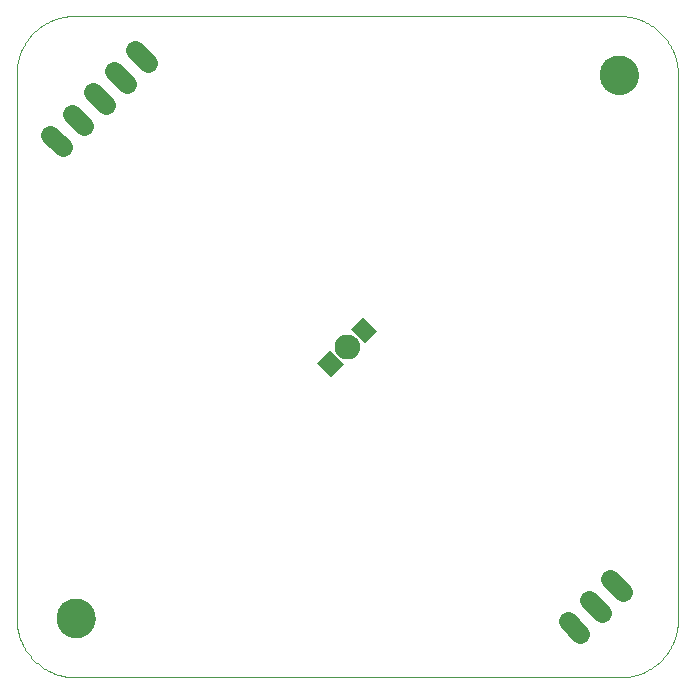
<source format=gbs>
G75*
%MOIN*%
%OFA0B0*%
%FSLAX25Y25*%
%IPPOS*%
%LPD*%
%AMOC8*
5,1,8,0,0,1.08239X$1,22.5*
%
%ADD10C,0.00039*%
%ADD11C,0.00000*%
%ADD12C,0.12998*%
%ADD13C,0.08274*%
%ADD14R,0.06699X0.05912*%
%ADD15C,0.06400*%
D10*
X0059997Y0061910D02*
X0059997Y0243406D01*
X0060003Y0243872D01*
X0060020Y0244338D01*
X0060048Y0244803D01*
X0060087Y0245268D01*
X0060138Y0245731D01*
X0060199Y0246193D01*
X0060272Y0246654D01*
X0060356Y0247112D01*
X0060451Y0247569D01*
X0060558Y0248023D01*
X0060675Y0248474D01*
X0060802Y0248922D01*
X0060941Y0249367D01*
X0061091Y0249809D01*
X0061251Y0250247D01*
X0061421Y0250681D01*
X0061602Y0251110D01*
X0061793Y0251535D01*
X0061995Y0251956D01*
X0062207Y0252371D01*
X0062428Y0252781D01*
X0062660Y0253186D01*
X0062901Y0253585D01*
X0063152Y0253978D01*
X0063412Y0254365D01*
X0063681Y0254745D01*
X0063960Y0255119D01*
X0064247Y0255486D01*
X0064544Y0255846D01*
X0064848Y0256198D01*
X0065162Y0256543D01*
X0065483Y0256881D01*
X0065813Y0257211D01*
X0066151Y0257532D01*
X0066496Y0257846D01*
X0066848Y0258150D01*
X0067208Y0258447D01*
X0067575Y0258734D01*
X0067949Y0259013D01*
X0068329Y0259282D01*
X0068716Y0259542D01*
X0069109Y0259793D01*
X0069508Y0260034D01*
X0069913Y0260266D01*
X0070323Y0260487D01*
X0070738Y0260699D01*
X0071159Y0260901D01*
X0071584Y0261092D01*
X0072013Y0261273D01*
X0072447Y0261443D01*
X0072885Y0261603D01*
X0073327Y0261753D01*
X0073772Y0261892D01*
X0074220Y0262019D01*
X0074671Y0262136D01*
X0075125Y0262243D01*
X0075582Y0262338D01*
X0076040Y0262422D01*
X0076501Y0262495D01*
X0076963Y0262556D01*
X0077426Y0262607D01*
X0077891Y0262646D01*
X0078356Y0262674D01*
X0078822Y0262691D01*
X0079288Y0262697D01*
X0260784Y0262697D01*
X0261260Y0262691D01*
X0261735Y0262674D01*
X0262210Y0262645D01*
X0262684Y0262605D01*
X0263157Y0262553D01*
X0263628Y0262490D01*
X0264098Y0262416D01*
X0264566Y0262330D01*
X0265032Y0262233D01*
X0265495Y0262125D01*
X0265955Y0262006D01*
X0266413Y0261875D01*
X0266867Y0261734D01*
X0267318Y0261581D01*
X0267764Y0261418D01*
X0268207Y0261244D01*
X0268645Y0261059D01*
X0269079Y0260864D01*
X0269508Y0260658D01*
X0269932Y0260442D01*
X0270351Y0260216D01*
X0270764Y0259980D01*
X0271171Y0259734D01*
X0271572Y0259478D01*
X0271966Y0259212D01*
X0272355Y0258937D01*
X0272736Y0258653D01*
X0273110Y0258360D01*
X0273478Y0258058D01*
X0273838Y0257746D01*
X0274190Y0257427D01*
X0274534Y0257099D01*
X0274871Y0256762D01*
X0275199Y0256418D01*
X0275518Y0256066D01*
X0275830Y0255706D01*
X0276132Y0255338D01*
X0276425Y0254964D01*
X0276709Y0254583D01*
X0276984Y0254194D01*
X0277250Y0253800D01*
X0277506Y0253399D01*
X0277752Y0252992D01*
X0277988Y0252579D01*
X0278214Y0252160D01*
X0278430Y0251736D01*
X0278636Y0251307D01*
X0278831Y0250873D01*
X0279016Y0250435D01*
X0279190Y0249992D01*
X0279353Y0249546D01*
X0279506Y0249095D01*
X0279647Y0248641D01*
X0279778Y0248183D01*
X0279897Y0247723D01*
X0280005Y0247260D01*
X0280102Y0246794D01*
X0280188Y0246326D01*
X0280262Y0245856D01*
X0280325Y0245385D01*
X0280377Y0244912D01*
X0280417Y0244438D01*
X0280446Y0243963D01*
X0280463Y0243488D01*
X0280469Y0243012D01*
X0280469Y0061516D01*
X0280463Y0061050D01*
X0280446Y0060584D01*
X0280418Y0060119D01*
X0280379Y0059654D01*
X0280328Y0059191D01*
X0280267Y0058729D01*
X0280194Y0058268D01*
X0280110Y0057810D01*
X0280015Y0057353D01*
X0279908Y0056899D01*
X0279791Y0056448D01*
X0279664Y0056000D01*
X0279525Y0055555D01*
X0279375Y0055113D01*
X0279215Y0054675D01*
X0279045Y0054241D01*
X0278864Y0053812D01*
X0278673Y0053387D01*
X0278471Y0052966D01*
X0278259Y0052551D01*
X0278038Y0052141D01*
X0277806Y0051736D01*
X0277565Y0051337D01*
X0277314Y0050944D01*
X0277054Y0050557D01*
X0276785Y0050177D01*
X0276506Y0049803D01*
X0276219Y0049436D01*
X0275922Y0049076D01*
X0275618Y0048724D01*
X0275304Y0048379D01*
X0274983Y0048041D01*
X0274653Y0047711D01*
X0274315Y0047390D01*
X0273970Y0047076D01*
X0273618Y0046772D01*
X0273258Y0046475D01*
X0272891Y0046188D01*
X0272517Y0045909D01*
X0272137Y0045640D01*
X0271750Y0045380D01*
X0271357Y0045129D01*
X0270958Y0044888D01*
X0270553Y0044656D01*
X0270143Y0044435D01*
X0269728Y0044223D01*
X0269307Y0044021D01*
X0268882Y0043830D01*
X0268453Y0043649D01*
X0268019Y0043479D01*
X0267581Y0043319D01*
X0267139Y0043169D01*
X0266694Y0043030D01*
X0266246Y0042903D01*
X0265795Y0042786D01*
X0265341Y0042679D01*
X0264884Y0042584D01*
X0264426Y0042500D01*
X0263965Y0042427D01*
X0263503Y0042366D01*
X0263040Y0042315D01*
X0262575Y0042276D01*
X0262110Y0042248D01*
X0261644Y0042231D01*
X0261178Y0042225D01*
X0079682Y0042225D01*
X0079206Y0042231D01*
X0078731Y0042248D01*
X0078256Y0042277D01*
X0077782Y0042317D01*
X0077309Y0042369D01*
X0076838Y0042432D01*
X0076368Y0042506D01*
X0075900Y0042592D01*
X0075434Y0042689D01*
X0074971Y0042797D01*
X0074511Y0042916D01*
X0074053Y0043047D01*
X0073599Y0043188D01*
X0073148Y0043341D01*
X0072702Y0043504D01*
X0072259Y0043678D01*
X0071821Y0043863D01*
X0071387Y0044058D01*
X0070958Y0044264D01*
X0070534Y0044480D01*
X0070115Y0044706D01*
X0069702Y0044942D01*
X0069295Y0045188D01*
X0068894Y0045444D01*
X0068500Y0045710D01*
X0068111Y0045985D01*
X0067730Y0046269D01*
X0067356Y0046562D01*
X0066988Y0046864D01*
X0066628Y0047176D01*
X0066276Y0047495D01*
X0065932Y0047823D01*
X0065595Y0048160D01*
X0065267Y0048504D01*
X0064948Y0048856D01*
X0064636Y0049216D01*
X0064334Y0049584D01*
X0064041Y0049958D01*
X0063757Y0050339D01*
X0063482Y0050728D01*
X0063216Y0051122D01*
X0062960Y0051523D01*
X0062714Y0051930D01*
X0062478Y0052343D01*
X0062252Y0052762D01*
X0062036Y0053186D01*
X0061830Y0053615D01*
X0061635Y0054049D01*
X0061450Y0054487D01*
X0061276Y0054930D01*
X0061113Y0055376D01*
X0060960Y0055827D01*
X0060819Y0056281D01*
X0060688Y0056739D01*
X0060569Y0057199D01*
X0060461Y0057662D01*
X0060364Y0058128D01*
X0060278Y0058596D01*
X0060204Y0059066D01*
X0060141Y0059537D01*
X0060089Y0060010D01*
X0060049Y0060484D01*
X0060020Y0060959D01*
X0060003Y0061434D01*
X0059997Y0061910D01*
D11*
X0073383Y0061910D02*
X0073385Y0062068D01*
X0073391Y0062226D01*
X0073401Y0062384D01*
X0073415Y0062542D01*
X0073433Y0062699D01*
X0073454Y0062856D01*
X0073480Y0063012D01*
X0073510Y0063168D01*
X0073543Y0063323D01*
X0073581Y0063476D01*
X0073622Y0063629D01*
X0073667Y0063781D01*
X0073716Y0063932D01*
X0073769Y0064081D01*
X0073825Y0064229D01*
X0073885Y0064375D01*
X0073949Y0064520D01*
X0074017Y0064663D01*
X0074088Y0064805D01*
X0074162Y0064945D01*
X0074240Y0065082D01*
X0074322Y0065218D01*
X0074406Y0065352D01*
X0074495Y0065483D01*
X0074586Y0065612D01*
X0074681Y0065739D01*
X0074778Y0065864D01*
X0074879Y0065986D01*
X0074983Y0066105D01*
X0075090Y0066222D01*
X0075200Y0066336D01*
X0075313Y0066447D01*
X0075428Y0066556D01*
X0075546Y0066661D01*
X0075667Y0066763D01*
X0075790Y0066863D01*
X0075916Y0066959D01*
X0076044Y0067052D01*
X0076174Y0067142D01*
X0076307Y0067228D01*
X0076442Y0067312D01*
X0076578Y0067391D01*
X0076717Y0067468D01*
X0076858Y0067540D01*
X0077000Y0067610D01*
X0077144Y0067675D01*
X0077290Y0067737D01*
X0077437Y0067795D01*
X0077586Y0067850D01*
X0077736Y0067901D01*
X0077887Y0067948D01*
X0078039Y0067991D01*
X0078192Y0068030D01*
X0078347Y0068066D01*
X0078502Y0068097D01*
X0078658Y0068125D01*
X0078814Y0068149D01*
X0078971Y0068169D01*
X0079129Y0068185D01*
X0079286Y0068197D01*
X0079445Y0068205D01*
X0079603Y0068209D01*
X0079761Y0068209D01*
X0079919Y0068205D01*
X0080078Y0068197D01*
X0080235Y0068185D01*
X0080393Y0068169D01*
X0080550Y0068149D01*
X0080706Y0068125D01*
X0080862Y0068097D01*
X0081017Y0068066D01*
X0081172Y0068030D01*
X0081325Y0067991D01*
X0081477Y0067948D01*
X0081628Y0067901D01*
X0081778Y0067850D01*
X0081927Y0067795D01*
X0082074Y0067737D01*
X0082220Y0067675D01*
X0082364Y0067610D01*
X0082506Y0067540D01*
X0082647Y0067468D01*
X0082786Y0067391D01*
X0082922Y0067312D01*
X0083057Y0067228D01*
X0083190Y0067142D01*
X0083320Y0067052D01*
X0083448Y0066959D01*
X0083574Y0066863D01*
X0083697Y0066763D01*
X0083818Y0066661D01*
X0083936Y0066556D01*
X0084051Y0066447D01*
X0084164Y0066336D01*
X0084274Y0066222D01*
X0084381Y0066105D01*
X0084485Y0065986D01*
X0084586Y0065864D01*
X0084683Y0065739D01*
X0084778Y0065612D01*
X0084869Y0065483D01*
X0084958Y0065352D01*
X0085042Y0065218D01*
X0085124Y0065082D01*
X0085202Y0064945D01*
X0085276Y0064805D01*
X0085347Y0064663D01*
X0085415Y0064520D01*
X0085479Y0064375D01*
X0085539Y0064229D01*
X0085595Y0064081D01*
X0085648Y0063932D01*
X0085697Y0063781D01*
X0085742Y0063629D01*
X0085783Y0063476D01*
X0085821Y0063323D01*
X0085854Y0063168D01*
X0085884Y0063012D01*
X0085910Y0062856D01*
X0085931Y0062699D01*
X0085949Y0062542D01*
X0085963Y0062384D01*
X0085973Y0062226D01*
X0085979Y0062068D01*
X0085981Y0061910D01*
X0085979Y0061752D01*
X0085973Y0061594D01*
X0085963Y0061436D01*
X0085949Y0061278D01*
X0085931Y0061121D01*
X0085910Y0060964D01*
X0085884Y0060808D01*
X0085854Y0060652D01*
X0085821Y0060497D01*
X0085783Y0060344D01*
X0085742Y0060191D01*
X0085697Y0060039D01*
X0085648Y0059888D01*
X0085595Y0059739D01*
X0085539Y0059591D01*
X0085479Y0059445D01*
X0085415Y0059300D01*
X0085347Y0059157D01*
X0085276Y0059015D01*
X0085202Y0058875D01*
X0085124Y0058738D01*
X0085042Y0058602D01*
X0084958Y0058468D01*
X0084869Y0058337D01*
X0084778Y0058208D01*
X0084683Y0058081D01*
X0084586Y0057956D01*
X0084485Y0057834D01*
X0084381Y0057715D01*
X0084274Y0057598D01*
X0084164Y0057484D01*
X0084051Y0057373D01*
X0083936Y0057264D01*
X0083818Y0057159D01*
X0083697Y0057057D01*
X0083574Y0056957D01*
X0083448Y0056861D01*
X0083320Y0056768D01*
X0083190Y0056678D01*
X0083057Y0056592D01*
X0082922Y0056508D01*
X0082786Y0056429D01*
X0082647Y0056352D01*
X0082506Y0056280D01*
X0082364Y0056210D01*
X0082220Y0056145D01*
X0082074Y0056083D01*
X0081927Y0056025D01*
X0081778Y0055970D01*
X0081628Y0055919D01*
X0081477Y0055872D01*
X0081325Y0055829D01*
X0081172Y0055790D01*
X0081017Y0055754D01*
X0080862Y0055723D01*
X0080706Y0055695D01*
X0080550Y0055671D01*
X0080393Y0055651D01*
X0080235Y0055635D01*
X0080078Y0055623D01*
X0079919Y0055615D01*
X0079761Y0055611D01*
X0079603Y0055611D01*
X0079445Y0055615D01*
X0079286Y0055623D01*
X0079129Y0055635D01*
X0078971Y0055651D01*
X0078814Y0055671D01*
X0078658Y0055695D01*
X0078502Y0055723D01*
X0078347Y0055754D01*
X0078192Y0055790D01*
X0078039Y0055829D01*
X0077887Y0055872D01*
X0077736Y0055919D01*
X0077586Y0055970D01*
X0077437Y0056025D01*
X0077290Y0056083D01*
X0077144Y0056145D01*
X0077000Y0056210D01*
X0076858Y0056280D01*
X0076717Y0056352D01*
X0076578Y0056429D01*
X0076442Y0056508D01*
X0076307Y0056592D01*
X0076174Y0056678D01*
X0076044Y0056768D01*
X0075916Y0056861D01*
X0075790Y0056957D01*
X0075667Y0057057D01*
X0075546Y0057159D01*
X0075428Y0057264D01*
X0075313Y0057373D01*
X0075200Y0057484D01*
X0075090Y0057598D01*
X0074983Y0057715D01*
X0074879Y0057834D01*
X0074778Y0057956D01*
X0074681Y0058081D01*
X0074586Y0058208D01*
X0074495Y0058337D01*
X0074406Y0058468D01*
X0074322Y0058602D01*
X0074240Y0058738D01*
X0074162Y0058875D01*
X0074088Y0059015D01*
X0074017Y0059157D01*
X0073949Y0059300D01*
X0073885Y0059445D01*
X0073825Y0059591D01*
X0073769Y0059739D01*
X0073716Y0059888D01*
X0073667Y0060039D01*
X0073622Y0060191D01*
X0073581Y0060344D01*
X0073543Y0060497D01*
X0073510Y0060652D01*
X0073480Y0060808D01*
X0073454Y0060964D01*
X0073433Y0061121D01*
X0073415Y0061278D01*
X0073401Y0061436D01*
X0073391Y0061594D01*
X0073385Y0061752D01*
X0073383Y0061910D01*
X0166296Y0152461D02*
X0166298Y0152586D01*
X0166304Y0152711D01*
X0166314Y0152835D01*
X0166328Y0152959D01*
X0166345Y0153083D01*
X0166367Y0153206D01*
X0166393Y0153328D01*
X0166422Y0153450D01*
X0166455Y0153570D01*
X0166493Y0153689D01*
X0166533Y0153808D01*
X0166578Y0153924D01*
X0166626Y0154039D01*
X0166678Y0154153D01*
X0166734Y0154265D01*
X0166793Y0154375D01*
X0166855Y0154483D01*
X0166921Y0154590D01*
X0166990Y0154694D01*
X0167063Y0154795D01*
X0167138Y0154895D01*
X0167217Y0154992D01*
X0167299Y0155086D01*
X0167384Y0155178D01*
X0167471Y0155267D01*
X0167562Y0155353D01*
X0167655Y0155436D01*
X0167751Y0155517D01*
X0167849Y0155594D01*
X0167949Y0155668D01*
X0168052Y0155739D01*
X0168157Y0155806D01*
X0168265Y0155871D01*
X0168374Y0155931D01*
X0168485Y0155989D01*
X0168598Y0156042D01*
X0168712Y0156092D01*
X0168828Y0156139D01*
X0168945Y0156181D01*
X0169064Y0156220D01*
X0169184Y0156256D01*
X0169305Y0156287D01*
X0169427Y0156315D01*
X0169549Y0156338D01*
X0169673Y0156358D01*
X0169797Y0156374D01*
X0169921Y0156386D01*
X0170046Y0156394D01*
X0170171Y0156398D01*
X0170295Y0156398D01*
X0170420Y0156394D01*
X0170545Y0156386D01*
X0170669Y0156374D01*
X0170793Y0156358D01*
X0170917Y0156338D01*
X0171039Y0156315D01*
X0171161Y0156287D01*
X0171282Y0156256D01*
X0171402Y0156220D01*
X0171521Y0156181D01*
X0171638Y0156139D01*
X0171754Y0156092D01*
X0171868Y0156042D01*
X0171981Y0155989D01*
X0172092Y0155931D01*
X0172202Y0155871D01*
X0172309Y0155806D01*
X0172414Y0155739D01*
X0172517Y0155668D01*
X0172617Y0155594D01*
X0172715Y0155517D01*
X0172811Y0155436D01*
X0172904Y0155353D01*
X0172995Y0155267D01*
X0173082Y0155178D01*
X0173167Y0155086D01*
X0173249Y0154992D01*
X0173328Y0154895D01*
X0173403Y0154795D01*
X0173476Y0154694D01*
X0173545Y0154590D01*
X0173611Y0154483D01*
X0173673Y0154375D01*
X0173732Y0154265D01*
X0173788Y0154153D01*
X0173840Y0154039D01*
X0173888Y0153924D01*
X0173933Y0153808D01*
X0173973Y0153689D01*
X0174011Y0153570D01*
X0174044Y0153450D01*
X0174073Y0153328D01*
X0174099Y0153206D01*
X0174121Y0153083D01*
X0174138Y0152959D01*
X0174152Y0152835D01*
X0174162Y0152711D01*
X0174168Y0152586D01*
X0174170Y0152461D01*
X0174168Y0152336D01*
X0174162Y0152211D01*
X0174152Y0152087D01*
X0174138Y0151963D01*
X0174121Y0151839D01*
X0174099Y0151716D01*
X0174073Y0151594D01*
X0174044Y0151472D01*
X0174011Y0151352D01*
X0173973Y0151233D01*
X0173933Y0151114D01*
X0173888Y0150998D01*
X0173840Y0150883D01*
X0173788Y0150769D01*
X0173732Y0150657D01*
X0173673Y0150547D01*
X0173611Y0150439D01*
X0173545Y0150332D01*
X0173476Y0150228D01*
X0173403Y0150127D01*
X0173328Y0150027D01*
X0173249Y0149930D01*
X0173167Y0149836D01*
X0173082Y0149744D01*
X0172995Y0149655D01*
X0172904Y0149569D01*
X0172811Y0149486D01*
X0172715Y0149405D01*
X0172617Y0149328D01*
X0172517Y0149254D01*
X0172414Y0149183D01*
X0172309Y0149116D01*
X0172201Y0149051D01*
X0172092Y0148991D01*
X0171981Y0148933D01*
X0171868Y0148880D01*
X0171754Y0148830D01*
X0171638Y0148783D01*
X0171521Y0148741D01*
X0171402Y0148702D01*
X0171282Y0148666D01*
X0171161Y0148635D01*
X0171039Y0148607D01*
X0170917Y0148584D01*
X0170793Y0148564D01*
X0170669Y0148548D01*
X0170545Y0148536D01*
X0170420Y0148528D01*
X0170295Y0148524D01*
X0170171Y0148524D01*
X0170046Y0148528D01*
X0169921Y0148536D01*
X0169797Y0148548D01*
X0169673Y0148564D01*
X0169549Y0148584D01*
X0169427Y0148607D01*
X0169305Y0148635D01*
X0169184Y0148666D01*
X0169064Y0148702D01*
X0168945Y0148741D01*
X0168828Y0148783D01*
X0168712Y0148830D01*
X0168598Y0148880D01*
X0168485Y0148933D01*
X0168374Y0148991D01*
X0168264Y0149051D01*
X0168157Y0149116D01*
X0168052Y0149183D01*
X0167949Y0149254D01*
X0167849Y0149328D01*
X0167751Y0149405D01*
X0167655Y0149486D01*
X0167562Y0149569D01*
X0167471Y0149655D01*
X0167384Y0149744D01*
X0167299Y0149836D01*
X0167217Y0149930D01*
X0167138Y0150027D01*
X0167063Y0150127D01*
X0166990Y0150228D01*
X0166921Y0150332D01*
X0166855Y0150439D01*
X0166793Y0150547D01*
X0166734Y0150657D01*
X0166678Y0150769D01*
X0166626Y0150883D01*
X0166578Y0150998D01*
X0166533Y0151114D01*
X0166493Y0151233D01*
X0166455Y0151352D01*
X0166422Y0151472D01*
X0166393Y0151594D01*
X0166367Y0151716D01*
X0166345Y0151839D01*
X0166328Y0151963D01*
X0166314Y0152087D01*
X0166304Y0152211D01*
X0166298Y0152336D01*
X0166296Y0152461D01*
X0254485Y0243012D02*
X0254487Y0243170D01*
X0254493Y0243328D01*
X0254503Y0243486D01*
X0254517Y0243644D01*
X0254535Y0243801D01*
X0254556Y0243958D01*
X0254582Y0244114D01*
X0254612Y0244270D01*
X0254645Y0244425D01*
X0254683Y0244578D01*
X0254724Y0244731D01*
X0254769Y0244883D01*
X0254818Y0245034D01*
X0254871Y0245183D01*
X0254927Y0245331D01*
X0254987Y0245477D01*
X0255051Y0245622D01*
X0255119Y0245765D01*
X0255190Y0245907D01*
X0255264Y0246047D01*
X0255342Y0246184D01*
X0255424Y0246320D01*
X0255508Y0246454D01*
X0255597Y0246585D01*
X0255688Y0246714D01*
X0255783Y0246841D01*
X0255880Y0246966D01*
X0255981Y0247088D01*
X0256085Y0247207D01*
X0256192Y0247324D01*
X0256302Y0247438D01*
X0256415Y0247549D01*
X0256530Y0247658D01*
X0256648Y0247763D01*
X0256769Y0247865D01*
X0256892Y0247965D01*
X0257018Y0248061D01*
X0257146Y0248154D01*
X0257276Y0248244D01*
X0257409Y0248330D01*
X0257544Y0248414D01*
X0257680Y0248493D01*
X0257819Y0248570D01*
X0257960Y0248642D01*
X0258102Y0248712D01*
X0258246Y0248777D01*
X0258392Y0248839D01*
X0258539Y0248897D01*
X0258688Y0248952D01*
X0258838Y0249003D01*
X0258989Y0249050D01*
X0259141Y0249093D01*
X0259294Y0249132D01*
X0259449Y0249168D01*
X0259604Y0249199D01*
X0259760Y0249227D01*
X0259916Y0249251D01*
X0260073Y0249271D01*
X0260231Y0249287D01*
X0260388Y0249299D01*
X0260547Y0249307D01*
X0260705Y0249311D01*
X0260863Y0249311D01*
X0261021Y0249307D01*
X0261180Y0249299D01*
X0261337Y0249287D01*
X0261495Y0249271D01*
X0261652Y0249251D01*
X0261808Y0249227D01*
X0261964Y0249199D01*
X0262119Y0249168D01*
X0262274Y0249132D01*
X0262427Y0249093D01*
X0262579Y0249050D01*
X0262730Y0249003D01*
X0262880Y0248952D01*
X0263029Y0248897D01*
X0263176Y0248839D01*
X0263322Y0248777D01*
X0263466Y0248712D01*
X0263608Y0248642D01*
X0263749Y0248570D01*
X0263888Y0248493D01*
X0264024Y0248414D01*
X0264159Y0248330D01*
X0264292Y0248244D01*
X0264422Y0248154D01*
X0264550Y0248061D01*
X0264676Y0247965D01*
X0264799Y0247865D01*
X0264920Y0247763D01*
X0265038Y0247658D01*
X0265153Y0247549D01*
X0265266Y0247438D01*
X0265376Y0247324D01*
X0265483Y0247207D01*
X0265587Y0247088D01*
X0265688Y0246966D01*
X0265785Y0246841D01*
X0265880Y0246714D01*
X0265971Y0246585D01*
X0266060Y0246454D01*
X0266144Y0246320D01*
X0266226Y0246184D01*
X0266304Y0246047D01*
X0266378Y0245907D01*
X0266449Y0245765D01*
X0266517Y0245622D01*
X0266581Y0245477D01*
X0266641Y0245331D01*
X0266697Y0245183D01*
X0266750Y0245034D01*
X0266799Y0244883D01*
X0266844Y0244731D01*
X0266885Y0244578D01*
X0266923Y0244425D01*
X0266956Y0244270D01*
X0266986Y0244114D01*
X0267012Y0243958D01*
X0267033Y0243801D01*
X0267051Y0243644D01*
X0267065Y0243486D01*
X0267075Y0243328D01*
X0267081Y0243170D01*
X0267083Y0243012D01*
X0267081Y0242854D01*
X0267075Y0242696D01*
X0267065Y0242538D01*
X0267051Y0242380D01*
X0267033Y0242223D01*
X0267012Y0242066D01*
X0266986Y0241910D01*
X0266956Y0241754D01*
X0266923Y0241599D01*
X0266885Y0241446D01*
X0266844Y0241293D01*
X0266799Y0241141D01*
X0266750Y0240990D01*
X0266697Y0240841D01*
X0266641Y0240693D01*
X0266581Y0240547D01*
X0266517Y0240402D01*
X0266449Y0240259D01*
X0266378Y0240117D01*
X0266304Y0239977D01*
X0266226Y0239840D01*
X0266144Y0239704D01*
X0266060Y0239570D01*
X0265971Y0239439D01*
X0265880Y0239310D01*
X0265785Y0239183D01*
X0265688Y0239058D01*
X0265587Y0238936D01*
X0265483Y0238817D01*
X0265376Y0238700D01*
X0265266Y0238586D01*
X0265153Y0238475D01*
X0265038Y0238366D01*
X0264920Y0238261D01*
X0264799Y0238159D01*
X0264676Y0238059D01*
X0264550Y0237963D01*
X0264422Y0237870D01*
X0264292Y0237780D01*
X0264159Y0237694D01*
X0264024Y0237610D01*
X0263888Y0237531D01*
X0263749Y0237454D01*
X0263608Y0237382D01*
X0263466Y0237312D01*
X0263322Y0237247D01*
X0263176Y0237185D01*
X0263029Y0237127D01*
X0262880Y0237072D01*
X0262730Y0237021D01*
X0262579Y0236974D01*
X0262427Y0236931D01*
X0262274Y0236892D01*
X0262119Y0236856D01*
X0261964Y0236825D01*
X0261808Y0236797D01*
X0261652Y0236773D01*
X0261495Y0236753D01*
X0261337Y0236737D01*
X0261180Y0236725D01*
X0261021Y0236717D01*
X0260863Y0236713D01*
X0260705Y0236713D01*
X0260547Y0236717D01*
X0260388Y0236725D01*
X0260231Y0236737D01*
X0260073Y0236753D01*
X0259916Y0236773D01*
X0259760Y0236797D01*
X0259604Y0236825D01*
X0259449Y0236856D01*
X0259294Y0236892D01*
X0259141Y0236931D01*
X0258989Y0236974D01*
X0258838Y0237021D01*
X0258688Y0237072D01*
X0258539Y0237127D01*
X0258392Y0237185D01*
X0258246Y0237247D01*
X0258102Y0237312D01*
X0257960Y0237382D01*
X0257819Y0237454D01*
X0257680Y0237531D01*
X0257544Y0237610D01*
X0257409Y0237694D01*
X0257276Y0237780D01*
X0257146Y0237870D01*
X0257018Y0237963D01*
X0256892Y0238059D01*
X0256769Y0238159D01*
X0256648Y0238261D01*
X0256530Y0238366D01*
X0256415Y0238475D01*
X0256302Y0238586D01*
X0256192Y0238700D01*
X0256085Y0238817D01*
X0255981Y0238936D01*
X0255880Y0239058D01*
X0255783Y0239183D01*
X0255688Y0239310D01*
X0255597Y0239439D01*
X0255508Y0239570D01*
X0255424Y0239704D01*
X0255342Y0239840D01*
X0255264Y0239977D01*
X0255190Y0240117D01*
X0255119Y0240259D01*
X0255051Y0240402D01*
X0254987Y0240547D01*
X0254927Y0240693D01*
X0254871Y0240841D01*
X0254818Y0240990D01*
X0254769Y0241141D01*
X0254724Y0241293D01*
X0254683Y0241446D01*
X0254645Y0241599D01*
X0254612Y0241754D01*
X0254582Y0241910D01*
X0254556Y0242066D01*
X0254535Y0242223D01*
X0254517Y0242380D01*
X0254503Y0242538D01*
X0254493Y0242696D01*
X0254487Y0242854D01*
X0254485Y0243012D01*
D12*
X0260784Y0243012D03*
X0079682Y0061910D03*
D13*
X0170233Y0152461D03*
D14*
G36*
X0164388Y0151351D02*
X0169123Y0146616D01*
X0164942Y0142435D01*
X0160207Y0147170D01*
X0164388Y0151351D01*
G37*
G36*
X0175524Y0162487D02*
X0180259Y0157752D01*
X0176078Y0153571D01*
X0171343Y0158306D01*
X0175524Y0162487D01*
G37*
D15*
X0096748Y0240088D02*
X0092506Y0244331D01*
X0099577Y0251402D02*
X0103819Y0247159D01*
X0089677Y0233017D02*
X0085434Y0237260D01*
X0078363Y0230189D02*
X0082606Y0225946D01*
X0075535Y0218875D02*
X0071292Y0223117D01*
X0243718Y0060897D02*
X0247960Y0056655D01*
X0255031Y0063726D02*
X0250789Y0067968D01*
X0257860Y0075039D02*
X0262102Y0070797D01*
M02*

</source>
